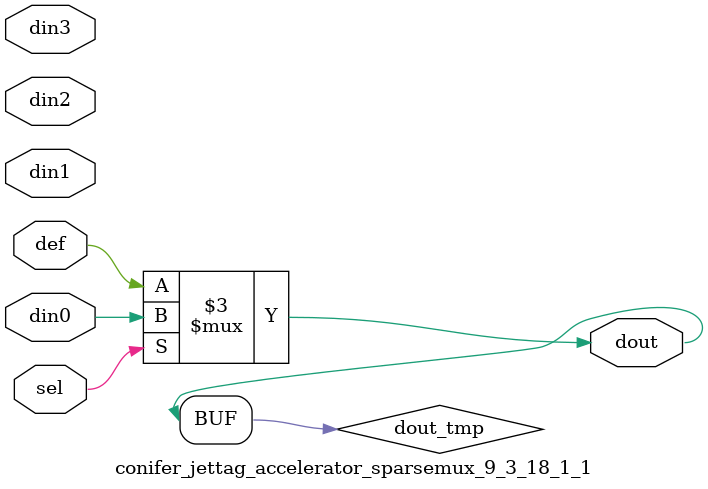
<source format=v>
`timescale 1ns / 1ps

module conifer_jettag_accelerator_sparsemux_9_3_18_1_1 (din0,din1,din2,din3,def,sel,dout);

parameter din0_WIDTH = 1;

parameter din1_WIDTH = 1;

parameter din2_WIDTH = 1;

parameter din3_WIDTH = 1;

parameter def_WIDTH = 1;
parameter sel_WIDTH = 1;
parameter dout_WIDTH = 1;

parameter [sel_WIDTH-1:0] CASE0 = 1;

parameter [sel_WIDTH-1:0] CASE1 = 1;

parameter [sel_WIDTH-1:0] CASE2 = 1;

parameter [sel_WIDTH-1:0] CASE3 = 1;

parameter ID = 1;
parameter NUM_STAGE = 1;



input [din0_WIDTH-1:0] din0;

input [din1_WIDTH-1:0] din1;

input [din2_WIDTH-1:0] din2;

input [din3_WIDTH-1:0] din3;

input [def_WIDTH-1:0] def;
input [sel_WIDTH-1:0] sel;

output [dout_WIDTH-1:0] dout;



reg [dout_WIDTH-1:0] dout_tmp;


always @ (*) begin
(* parallel_case *) case (sel)
    
    CASE0 : dout_tmp = din0;
    
    CASE1 : dout_tmp = din1;
    
    CASE2 : dout_tmp = din2;
    
    CASE3 : dout_tmp = din3;
    
    default : dout_tmp = def;
endcase
end


assign dout = dout_tmp;



endmodule

</source>
